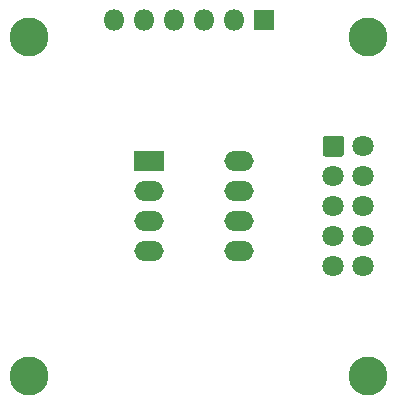
<source format=gbr>
%TF.GenerationSoftware,KiCad,Pcbnew,5.1.6*%
%TF.CreationDate,2020-09-07T14:06:32+03:00*%
%TF.ProjectId,pickit2_adapter,7069636b-6974-4325-9f61-646170746572,rev?*%
%TF.SameCoordinates,Original*%
%TF.FileFunction,Soldermask,Top*%
%TF.FilePolarity,Negative*%
%FSLAX46Y46*%
G04 Gerber Fmt 4.6, Leading zero omitted, Abs format (unit mm)*
G04 Created by KiCad (PCBNEW 5.1.6) date 2020-09-07 14:06:32*
%MOMM*%
%LPD*%
G01*
G04 APERTURE LIST*
%ADD10C,3.300000*%
%ADD11O,2.500000X1.700000*%
%ADD12R,2.500000X1.700000*%
%ADD13C,1.800000*%
%ADD14O,1.800000X1.800000*%
%ADD15R,1.800000X1.800000*%
G04 APERTURE END LIST*
D10*
%TO.C,R3*%
X105664000Y-69088000D03*
%TD*%
%TO.C,R4*%
X76962000Y-69088000D03*
%TD*%
%TO.C,R2*%
X105664000Y-40386000D03*
%TD*%
%TO.C,R1*%
X76962000Y-40386000D03*
%TD*%
D11*
%TO.C,SPI*%
X94742000Y-50927000D03*
X87122000Y-58547000D03*
X94742000Y-53467000D03*
X87122000Y-56007000D03*
X94742000Y-56007000D03*
X87122000Y-53467000D03*
X94742000Y-58547000D03*
D12*
X87122000Y-50927000D03*
%TD*%
D13*
%TO.C,AVR*%
X105283000Y-59817000D03*
X105283000Y-57277000D03*
X105283000Y-54737000D03*
X105283000Y-52197000D03*
X105283000Y-49657000D03*
X102743000Y-59817000D03*
X102743000Y-57277000D03*
X102743000Y-54737000D03*
X102743000Y-52197000D03*
G36*
G01*
X101843000Y-50292294D02*
X101843000Y-49021706D01*
G75*
G02*
X102107706Y-48757000I264706J0D01*
G01*
X103378294Y-48757000D01*
G75*
G02*
X103643000Y-49021706I0J-264706D01*
G01*
X103643000Y-50292294D01*
G75*
G02*
X103378294Y-50557000I-264706J0D01*
G01*
X102107706Y-50557000D01*
G75*
G02*
X101843000Y-50292294I0J264706D01*
G01*
G37*
%TD*%
D14*
%TO.C,PICkit2*%
X84201000Y-38989000D03*
X86741000Y-38989000D03*
X89281000Y-38989000D03*
X91821000Y-38989000D03*
X94361000Y-38989000D03*
D15*
X96901000Y-38989000D03*
%TD*%
M02*

</source>
